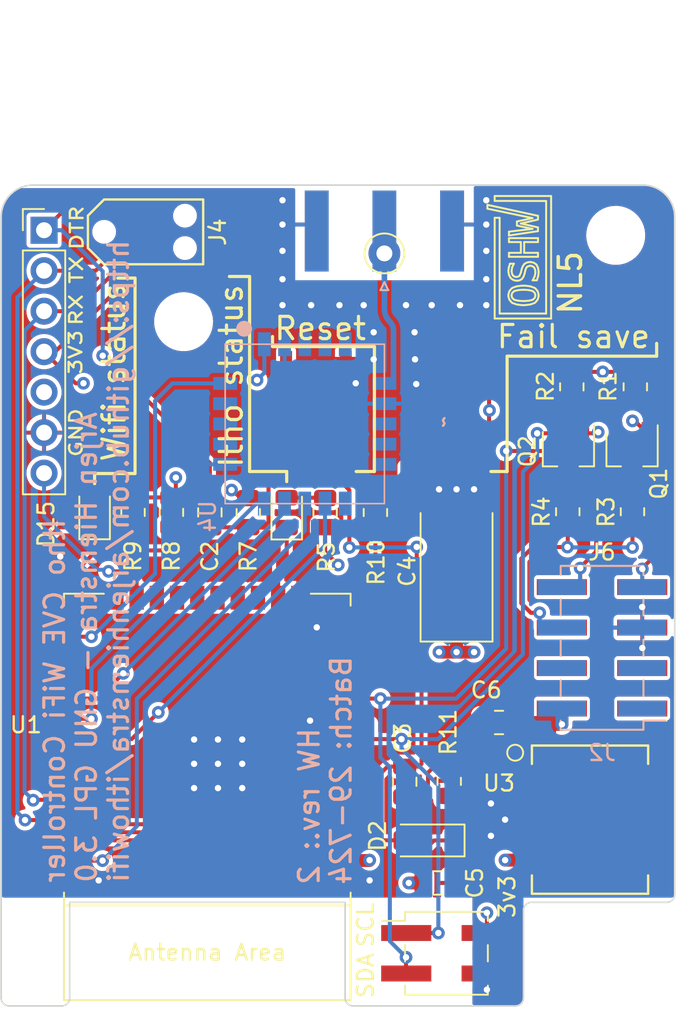
<source format=kicad_pcb>
(kicad_pcb (version 20221018) (generator pcbnew)
  (layers (0 "F.Cu" signal) (1 "In1.Cu" power "3V3") (2 "In2.Cu" power "GND") (31 "B.Cu" signal) (34 "B.Paste" user) (35 "F.Paste" user) (36 "B.SilkS" user "B.Silkscreen") (37 "F.SilkS" user "F.Silkscreen") (38 "B.Mask" user) (39 "F.Mask" user) (44 "Edge.Cuts" user))
  (net 0 "")
  (net 1 "GND")
  (net 2 "+5V")
  (net 3 "+3V3")
  (net 4 "SDA")
  (net 5 "SCL")
  (net 6 "D0")
  (net 7 "D23_MOSI")
  (net 8 "D19_MISO")
  (net 9 "D18_SCK")
  (net 10 "D5_SS")
  (net 11 "D4_IRQ")
  (net 12 "Net-(D2-A)")
  (net 13 "D0{slash}RX0")
  (net 14 "D1{slash}TX0")
  (net 15 "Net-(J3-In)")
  (net 19 "SDA_L")
  (net 20 "SCL_L")
  (net 22 "+15V")
  (net 24 "Net-(C3-Pad1)")
  (net 25 "Net-(LED1-A)")
  (net 26 "D15")
  (net 27 "D13")
  (net 28 "D17")
  (net 29 "Net-(LED2-A)")
  (net 30 "Net-(U1-IO14)")
  (footprint "Package_TO_SOT_SMD:SOT-23W" (layer "F.Cu") (at 118.6586 121.539 -90)
    (fp_text reference "Q2")
    (fp_text value "BSS138")
  )
  (footprint "Resistor_SMD:R_0805_2012Metric" (layer "F.Cu") (at 118.872 117.6244 -90)
    (fp_text reference "R2")
    (fp_text value "R10K" hide)
  )
  (footprint "Connector_PinHeader_2.54mm:PinHeader_1x07_P2.54mm_Vertical" (layer "F.Cu") (at 85.725 107.7976)
    (fp_text reference "J1" hide)
    (fp_text value "CONN_01X07" hide)
  )
  (footprint "nrg_watch:ESP32-WROOM-32E" (layer "F.Cu") (at 95.9776 141.6036 180)
    (fp_text reference "U1")
    (fp_text value "ESP32-WROOM")
  )
  (footprint "Resistor_SMD:R_0805_2012Metric" (layer "F.Cu") (at 91.313 125.5014 -90)
    (fp_text reference "R9")
    (fp_text value "R100" hide)
  )
  (footprint "Resistor_SMD:R_0805_2012Metric" (layer "F.Cu") (at 106.536 125.51 -90)
    (fp_text reference "R10")
    (fp_text value "R10K" hide)
  )
  (footprint "Resistor_SMD:R_0805_2012Metric" (layer "F.Cu") (at 118.618 125.461 -90)
    (fp_text reference "R4")
    (fp_text value "R10K" hide)
  )
  (footprint "MountingHole:MountingHole_2.5mm" (layer "F.Cu") (at 94.488 113.538)
    (fp_text reference "H2" hide)
    (fp_text value "MountingHole" hide)
  )
  (footprint "LED_SMD:LED_0805_2012Metric" (layer "F.Cu") (at 88.9 125.5014 90)
    (fp_text reference "LED1" hide)
    (fp_text value "WIFI status" hide)
  )
  (footprint "Connector_PinHeader_2.54mm:PinHeader_2x02_P2.54mm_Vertical_SMD" (layer "F.Cu") (at 110.998 153.162)
    (fp_text reference "Je" hide)
    (fp_text value "Conn_02x02_Odd_Even")
  )
  (footprint "nrg_watch:TC2020-MCP-NL" (layer "F.Cu") (at 92.036 107.9014 90)
    (fp_text reference "J4")
    (fp_text value "TC2030-MCP-NL" hide)
  )
  (footprint "nrg_watch:TS-1187" (layer "F.Cu") (at 111.8 118.872 -90)
    (fp_text reference "SW1" hide)
    (fp_text value "Fail safe" hide)
  )
  (footprint "Capacitor_SMD:C_0805_2012Metric" (layer "F.Cu") (at 114.3 138.684 180)
    (fp_text reference "C6")
    (fp_text value "10uF" hide)
  )
  (footprint "Package_TO_SOT_SMD:SOT-23W" (layer "F.Cu") (at 122.6566 121.539 -90)
    (fp_text reference "Q1")
    (fp_text value "BSS138")
  )
  (footprint "Resistor_SMD:R_0805_2012Metric" (layer "F.Cu") (at 122.8598 117.6244 90)
    (fp_text reference "R1")
    (fp_text value "R10K" hide)
  )
  (footprint "Resistor_SMD:R_0805_2012Metric" (layer "F.Cu") (at 122.682 125.461 -90)
    (fp_text reference "R3")
    (fp_text value "R10K" hide)
  )
  (footprint "Capacitor_SMD:C_0805_2012Metric" (layer "F.Cu") (at 96.139 125.5014 90)
    (fp_text reference "C2")
    (fp_text value "1uF" hide)
  )
  (footprint "Resistor_SMD:R_0805_2012Metric" (layer "F.Cu") (at 98.552 125.5155 90)
    (fp_text reference "R7")
    (fp_text value "R10K" hide)
  )
  (footprint "Capacitor_Tantalum_SMD:CP_EIA-7343-31_Kemet-D" (layer "F.Cu") (at 111.632 129.1961 90)
    (fp_text reference "C4")
    (fp_text value "470uF")
  )
  (footprint "Capacitor_SMD:C_0805_2012Metric" (layer "F.Cu") (at 110.4369 148.751)
    (fp_text reference "C5")
    (fp_text value "0.1uF" hide)
  )
  (footprint "Capacitor_SMD:C_0805_2012Metric" (layer "F.Cu") (at 108.3775 142.401 90)
    (fp_text reference "C3")
    (fp_text value "10uF" hide)
  )
  (footprint "Diode_SMD:D_SOD-123" (layer "F.Cu") (at 109.7755 146.084 180)
    (fp_text reference "D2")
    (fp_text value "D_Schottky" hide)
  )
  (footprint "Resistor_SMD:R_0805_2012Metric" (layer "F.Cu") (at 111.1715 142.3775 90)
    (fp_text reference "R11")
    (fp_text value "R1K" hide)
  )
  (footprint "Connector_Pin:Pin_D1.0mm_L10.0mm" (layer "F.Cu") (at 107.10078 109.25146)
    (fp_text reference "H1" hide)
    (fp_text value "MountingHole_Pad" hide)
  )
  (footprint "Resistor_SMD:R_0805_2012Metric" (layer "F.Cu") (at 93.726 125.5014 90)
    (fp_text reference "R8")
    (fp_text value "R10K" hide)
  )
  (footprint "Resistor_SMD:R_0805_2012Metric" (layer "F.Cu") (at 103.378 125.5155 90)
    (fp_text reference "R5")
    (fp_text value "R100")
  )
  (footprint "LED_SMD:LED_0805_2012Metric" (layer "F.Cu") (at 100.965 125.5155 90)
    (fp_text reference "LED2" hide)
    (fp_text value "itho status" hide)
  )
  (footprint "nrg_watch:TS-1187" (layer "F.Cu") (at 102.8 118.872 90)
    (fp_text reference "SW2" hide)
    (fp_text value "Reset" hide)
  )
  (footprint "MountingHole:MountingHole_2.5mm" (layer "F.Cu") (at 121.63 108.12)
    (fp_text reference "H3" hide)
    (fp_text value "MountingHole" hide)
  )
  (footprint "nrg_watch:Mornsun 780xMT" (layer "F.Cu") (at 120.015 144.78 -90)
    (fp_text reference "U3")
    (fp_text value "780xMT")
  )
  (footprint "Connector_PinHeader_2.54mm:PinHeader_2x04_P2.54mm_Vertical_SMD" (layer "F.Cu") (at 120.77 134 180)
    (fp_text reference "J6")
    (fp_text value "conn")
  )
  (footprint "nrg_watch:PM254-2-04-S-8.5" (layer "B.Cu") (at 120.7735 133.9975)
    (fp_text reference "J2")
    (fp_text value "conn")
  )
  (footprint "Connector_Coaxial:SMA_Amphenol_132289_EdgeMount" (layer "B.Cu") (at 107.1 107.8484 90)
    (fp_text reference "J3" hide)
    (fp_text value "Conn_Coaxial")
  )
  (footprint "nrg_watch:E70-433MT14S" (layer "B.Cu") (at 102.1 119.95 -90)
    (fp_text reference "U4")
    (fp_text value "~")
  )
  (gr_line (start 98.635 110.7) (end 98.635 122.936) (stroke (width 0.2)) (layer "F.SilkS"))
  (gr_line (start 98.635 110.7) (end 97.365 110.7) (stroke (width 0.2)) (layer "F.SilkS"))
  (gr_line (start 98.635 122.936) (end 100.965 122.936) (stroke (width 0.2)) (layer "F.SilkS"))
  (gr_line (start 100.965 123.571) (end 100.965 122.936) (stroke (width 0.2)) (layer "F.SilkS"))
  (gr_line (start 114.808 122.936) (end 113.792 122.936) (stroke (width 0.2)) (layer "F.SilkS"))
  (gr_line (start 114.808 122.936) (end 114.808 115.7) (stroke (width 0.2)) (layer "F.SilkS"))
  (gr_line (start 124.2 115.7) (end 124.2 114.9) (stroke (width 0.2)) (layer "F.SilkS"))
  (gr_line (start 114.808 115.7) (end 124.2 115.7) (stroke (width 0.2)) (layer "F.SilkS"))
  (gr_line (start 105.3285 122.936) (end 106.4715 122.936) (stroke (width 0.2)) (layer "F.SilkS"))
  (gr_line (start 100.075 115.1) (end 100.075 114.465) (stroke (width 0.2)) (layer "F.SilkS"))
  (gr_line (start 100.075 115.1) (end 106.475 115.1) (stroke (width 0.2)) (layer "F.SilkS"))
  (gr_line (start 106.4715 122.936) (end 106.475 115.1) (stroke (width 0.2)) (layer "F.SilkS"))
  (gr_line (start 88.9 123.063) (end 91.44 123.063) (stroke (width 0.2)) (layer "F.SilkS"))
  (gr_line (start 114.924121 108.127604) (end 114.924121 108.127604) (stroke (width 0.125)) (layer "F.SilkS"))
  (gr_line (start 116.74677 107.855554) (end 114.924121 108.127604) (stroke (width 0.125)) (layer "F.SilkS"))
  (gr_line (start 116.74677 107.622204) (end 116.74677 107.855554) (stroke (width 0.125)) (layer "F.SilkS"))
  (gr_line (start 115.66387 107.375604) (end 116.74677 107.622204) (stroke (width 0.125)) (layer "F.SilkS"))
  (gr_line (start 116.74677 107.128004) (end 115.66387 107.375604) (stroke (width 0.125)) (layer "F.SilkS"))
  (gr_line (start 116.74677 106.894705) (end 116.74677 107.128004) (stroke (width 0.125)) (layer "F.SilkS"))
  (gr_line (start 113.56997 106.205954) (end 116.74677 106.894705) (stroke (width 0.125)) (layer "F.SilkS"))
  (gr_line (start 113.56997 106.446304) (end 113.56997 106.205954) (stroke (width 0.125)) (layer "F.SilkS"))
  (gr_line (start 116.40607 107.037654) (end 113.56997 106.446304) (stroke (width 0.125)) (layer "F.SilkS"))
  (gr_line (start 115.42462 107.247654) (end 116.40607 107.037654) (stroke (width 0.125)) (layer "F.SilkS"))
  (gr_line (start 115.42462 107.505054) (end 115.42462 107.247654) (stroke (width 0.125)) (layer "F.SilkS"))
  (gr_line (start 116.40362 107.712554) (end 115.42462 107.505054) (stroke (width 0.125)) (layer "F.SilkS"))
  (gr_line (start 114.924121 107.887254) (end 116.40362 107.712554) (stroke (width 0.125)) (layer "F.SilkS"))
  (gr_line (start 114.924121 108.127604) (end 114.924121 107.887254) (stroke (width 0.125)) (layer "F.SilkS"))
  (gr_line (start 114.924121 109.464705) (end 114.924121 109.464705) (stroke (width 0.125)) (layer "F.SilkS"))
  (gr_line (start 116.74677 109.464705) (end 114.924121 109.464705) (stroke (width 0.125)) (layer "F.SilkS"))
  (gr_line (start 116.74677 109.216754) (end 116.74677 109.464705) (stroke (width 0.125)) (layer "F.SilkS"))
  (gr_line (start 115.87872 109.216754) (end 116.74677 109.216754) (stroke (width 0.125)) (layer "F.SilkS"))
  (gr_line (start 115.87872 108.541854) (end 115.87872 109.216754) (stroke (width 0.125)) (layer "F.SilkS"))
  (gr_line (start 116.74677 108.541854) (end 115.87872 108.541854) (stroke (width 0.125)) (layer "F.SilkS"))
  (gr_line (start 116.74677 108.293904) (end 116.74677 108.541854) (stroke (width 0.125)) (layer "F.SilkS"))
  (gr_line (start 114.924121 108.293904) (end 116.74677 108.293904) (stroke (width 0.125)) (layer "F.SilkS"))
  (gr_line (start 114.924121 108.541854) (end 114.924121 108.293904) (stroke (width 0.125)) (layer "F.SilkS"))
  (gr_line (start 115.67122 108.541854) (end 114.924121 108.541854) (stroke (width 0.125)) (layer "F.SilkS"))
  (gr_line (start 115.67122 109.216754) (end 115.67122 108.541854) (stroke (width 0.125)) (layer "F.SilkS"))
  (gr_line (start 114.924121 109.216754) (end 115.67122 109.216754) (stroke (width 0.125)) (layer "F.SilkS"))
  (gr_line (start 114.924121 109.464705) (end 114.924121 109.216754) (stroke (width 0.125)) (layer "F.SilkS"))
  (gr_line (start 114.98682 109.900069) (end 114.98652 109.900069) (stroke (width 0.125)) (layer "F.SilkS"))
  (gr_line (start 114.97867 109.921499) (end 114.98682 109.900069) (stroke (width 0.125)) (layer "F.SilkS"))
  (gr_line (start 114.91982 110.124954) (end 114.97867 109.921499) (stroke (width 0.125)) (layer "F.SilkS"))
  (gr_line (start 114.91602 110.144219) (end 114.91982 110.124954) (stroke (width 0.125)) (layer "F.SilkS"))
  (gr_line (start 114.911921 110.163744) (end 114.91602 110.144219) (stroke (width 0.125)) (layer "F.SilkS"))
  (gr_line (start 114.89157 110.309959) (end 114.911921 110.163744) (stroke (width 0.125)) (layer "F.SilkS"))
  (gr_line (start 114.89157 110.365024) (end 114.89157 110.309959) (stroke (width 0.125)) (layer "F.SilkS"))
  (gr_line (start 114.89157 110.426604) (end 114.89157 110.365024) (stroke (width 0.125)) (layer "F.SilkS"))
  (gr_line (start 114.92822 110.610524) (end 114.89157 110.426604) (stroke (width 0.125)) (layer "F.SilkS"))
  (gr_line (start 115.01447 110.774639) (end 114.92822 110.610524) (stroke (width 0.125)) (layer "F.SilkS"))
  (gr_line (start 115.03917 110.802034) (end 115.01447 110.774639) (stroke (width 0.125)) (layer "F.SilkS"))
  (gr_line (start 115.06357 110.829434) (end 115.03917 110.802034) (stroke (width 0.125)) (layer "F.SilkS"))
  (gr_line (start 115.21007 110.92492) (end 115.06357 110.829434) (stroke (width 0.125)) (layer "F.SilkS"))
  (gr_line (start 115.37472 110.965615) (end 115.21007 110.92492) (stroke (width 0.125)) (layer "F.SilkS"))
  (gr_line (start 115.42977 110.965615) (end 115.37472 110.965615) (stroke (width 0.125)) (layer "F.SilkS"))
  (gr_line (start 115.47347 110.965615) (end 115.42977 110.965615) (stroke (width 0.125)) (layer "F.SilkS"))
  (gr_line (start 115.60502 110.937124) (end 115.47347 110.965615) (stroke (width 0.125)) (layer "F.SilkS"))
  (gr_line (start 115.72167 110.870124) (end 115.60502 110.937124) (stroke (width 0.125)) (layer "F.SilkS"))
  (gr_line (start 115.74122 110.850864) (end 115.72167 110.870124) (stroke (width 0.125)) (layer "F.SilkS"))
  (gr_line (start 115.76047 110.831874) (end 115.74122 110.850864) (stroke (width 0.125)) (layer "F.SilkS"))
  (gr_line (start 115.84237 110.701399) (end 115.76047 110.831874) (stroke (width 0.125)) (layer "F.SilkS"))
  (gr_line (start 115.90477 110.524529) (end 115.84237 110.701399) (stroke (width 0.125)) (layer "F.SilkS"))
  (gr_line (start 115.91427 110.482209) (end 115.90477 110.524529) (stroke (width 0.125)) (layer "F.SilkS"))
  (gr_line (start 115.94492 110.350649) (end 115.91427 110.482209) (stroke (width 0.125)) (layer "F.SilkS"))
  (gr_line (start 115.95142 110.321349) (end 115.94492 110.350649) (stroke (width 0.125)) (layer "F.SilkS"))
  (gr_line (start 115.992121 110.200364) (end 115.95142 110.321349) (stroke (width 0.125)) (layer "F.SilkS"))
  (gr_line (start 116.04367 110.114649) (end 115.992121 110.200364) (stroke (width 0.125)) (layer "F.SilkS"))
  (gr_line (start 116.05587 110.102709) (end 116.04367 110.114649) (stroke (width 0.125)) (layer "F.SilkS"))
  (gr_line (start 116.06782 110.090774) (end 116.05587 110.102709) (stroke (width 0.125)) (layer "F.SilkS"))
  (gr_line (start 116.21237 110.030819) (end 116.06782 110.090774) (stroke (width 0.125)) (layer "F.SilkS"))
  (gr_line (start 116.26472 110.030819) (end 116.21237 110.030819) (stroke (width 0.125)) (layer "F.SilkS"))
  (gr_line (start 116.29812 110.030819) (end 116.26472 110.030819) (stroke (width 0.125)) (layer "F.SilkS"))
  (gr_line (start 116.39822 110.056864) (end 116.29812 110.030819) (stroke (width 0.125)) (layer "F.SilkS"))
  (gr_line (start 116.48502 110.117354) (end 116.39822 110.056864) (stroke (width 0.125)) (layer "F.SilkS"))
  (gr_line (start 116.49912 110.134444) (end 116.48502 110.117354) (stroke (width 0.125)) (layer "F.SilkS"))
  (gr_line (start 116.51297 110.151809) (end 116.49912 110.134444) (stroke (width 0.125)) (layer "F.SilkS"))
  (gr_line (start 116.56122 110.258959) (end 116.51297 110.151809) (stroke (width 0.125)) (layer "F.SilkS"))
  (gr_line (start 116.58212 110.383474) (end 116.56122 110.258959) (stroke (width 0.125)) (layer "F.SilkS"))
  (gr_line (start 116.58212 110.424974) (end 116.58212 110.383474) (stroke (width 0.125)) (layer "F.SilkS"))
  (gr_line (start 116.58212 110.483029) (end 116.58212 110.424974) (stroke (width 0.125)) (layer "F.SilkS"))
  (gr_line (start 116.54742 110.656909) (end 116.58212 110.483029) (stroke (width 0.125)) (layer "F.SilkS"))
  (gr_line (start 116.54062 110.677794) (end 116.54742 110.656909) (stroke (width 0.125)) (layer "F.SilkS"))
  (gr_line (start 116.533571 110.698684) (end 116.54062 110.677794) (stroke (width 0.125)) (layer "F.SilkS"))
  (gr_line (start 116.424771 110.919225) (end 116.533571 110.698684) (stroke (width 0.125)) (layer "F.SilkS"))
  (gr_line (start 116.41012 110.942549) (end 116.424771 110.919225) (stroke (width 0.125)) (layer "F.SilkS"))
  (gr_line (start 116.67247 110.942549) (end 116.41012 110.942549) (stroke (width 0.125)) (layer "F.SilkS"))
  (gr_line (start 116.68142 110.920849) (end 116.67247 110.942549) (stroke (width 0.125)) (layer "F.SilkS"))
  (gr_line (start 116.74977 110.704384) (end 116.68142 110.920849) (stroke (width 0.125)) (layer "F.SilkS"))
  (gr_line (start 116.75437 110.682684) (end 116.74977 110.704384) (stroke (width 0.125)) (layer "F.SilkS"))
  (gr_line (start 116.75897 110.661249) (end 116.75437 110.682684) (stroke (width 0.125)) (layer "F.SilkS"))
  (gr_line (start 116.78232 110.489534) (end 116.75897 110.661249) (stroke (width 0.125)) (layer "F.SilkS"))
  (gr_line (start 116.78232 110.424974) (end 116.78232 110.489534) (stroke (width 0.125)) (layer "F.SilkS"))
  (gr_line (start 116.78232 110.357434) (end 116.78232 110.424974) (stroke (width 0.125)) (layer "F.SilkS"))
  (gr_line (start 116.748121 110.153979) (end 116.78232 110.357434) (stroke (width 0.125)) (layer "F.SilkS"))
  (gr_line (start 116.66837 109.983079) (end 116.748121 110.153979) (stroke (width 0.125)) (layer "F.SilkS"))
  (gr_line (start 116.64562 109.956224) (end 116.66837 109.983079) (stroke (width 0.125)) (layer "F.SilkS"))
  (gr_line (start 116.62282 109.929369) (end 116.64562 109.956224) (stroke (width 0.125)) (layer "F.SilkS"))
  (gr_line (start 116.47797 109.835509) (end 116.62282 109.929369) (stroke (width 0.125)) (layer "F.SilkS"))
  (gr_line (start 116.30622 109.795089) (end 116.47797 109.835509) (stroke (width 0.125)) (layer "F.SilkS"))
  (gr_line (start 116.24902 109.795089) (end 116.30622 109.795089) (stroke (width 0.125)) (layer "F.SilkS"))
  (gr_line (start 116.199371 109.795089) (end 116.24902 109.795089) (stroke (width 0.125)) (layer "F.SilkS"))
  (gr_line (start 116.05127 109.824389) (end 116.199371 109.795089) (stroke (width 0.125)) (layer "F.SilkS"))
  (gr_line (start 115.92107 109.892749) (end 116.05127 109.824389) (stroke (width 0.125)) (layer "F.SilkS"))
  (gr_line (start 115.89987 109.912279) (end 115.92107 109.892749) (stroke (width 0.125)) (layer "F.SilkS"))
  (gr_line (start 115.87847 109.931814) (end 115.89987 109.912279) (stroke (width 0.125)) (layer "F.SilkS"))
  (gr_line (start 115.78867 110.064459) (end 115.87847 109.931814) (stroke (width 0.125)) (layer "F.SilkS"))
  (gr_line (start 115.72167 110.243224) (end 115.78867 110.064459) (stroke (width 0.125)) (layer "F.SilkS"))
  (gr_line (start 115.71192 110.285814) (end 115.72167 110.243224) (stroke (width 0.125)) (layer "F.SilkS"))
  (gr_line (start 115.68262 110.415209) (end 115.71192 110.285814) (stroke (width 0.125)) (layer "F.SilkS"))
  (gr_line (start 115.67527 110.445589) (end 115.68262 110.415209) (stroke (width 0.125)) (layer "F.SilkS"))
  (gr_line (start 115.58687 110.653115) (end 115.67527 110.445589) (stroke (width 0.125)) (layer "F.SilkS"))
  (gr_line (start 115.57627 110.664229) (end 115.58687 110.653115) (stroke (width 0.125)) (layer "F.SilkS"))
  (gr_line (start 115.56567 110.675354) (end 115.57627 110.664229) (stroke (width 0.125)) (layer "F.SilkS"))
  (gr_line (start 115.43792 110.730154) (end 115.56567 110.675354) (stroke (width 0.125)) (layer "F.SilkS"))
  (gr_line (start 115.39182 110.730154) (end 115.43792 110.730154) (stroke (width 0.125)) (layer "F.SilkS"))
  (gr_line (start 115.36087 110.730154) (end 115.39182 110.730154) (stroke (width 0.125)) (layer "F.SilkS"))
  (gr_line (start 115.26812 110.704924) (end 115.36087 110.730154) (stroke (width 0.125)) (layer "F.SilkS"))
  (gr_line (start 115.18672 110.645784) (end 115.26812 110.704924) (stroke (width 0.125)) (layer "F.SilkS"))
  (gr_line (start 115.173421 110.628694) (end 115.18672 110.645784) (stroke (width 0.125)) (layer "F.SilkS"))
  (gr_line (start 115.15962 110.611874) (end 115.173421 110.628694) (stroke (width 0.125)) (layer "F.SilkS"))
  (gr_line (start 115.11212 110.509069) (end 115.15962 110.611874) (stroke (width 0.125)) (layer "F.SilkS"))
  (gr_line (start 115.09152 110.382114) (end 115.11212 110.509069) (stroke (width 0.125)) (layer "F.SilkS"))
  (gr_line (start 115.09152 110.352819) (end 115.09152 110.382114) (stroke (width 0.125)) (layer "F.SilkS"))
  (gr_line (start 115.09152 110.333829) (end 115.09152 110.352819) (stroke (width 0.125)) (layer "F.SilkS"))
  (gr_line (start 115.12192 110.144489) (end 115.09152 110.333829) (stroke (width 0.125)) (layer "F.SilkS"))
  (gr_line (start 115.12812 110.125764) (end 115.12192 110.144489) (stroke (width 0.125)) (layer "F.SilkS"))
  (gr_line (start 115.13412 110.107049) (end 115.12812 110.125764) (stroke (width 0.125)) (layer "F.SilkS"))
  (gr_line (start 115.22472 109.918794) (end 115.13412 110.107049) (stroke (width 0.125)) (layer "F.SilkS"))
  (gr_line (start 115.23692 109.900069) (end 115.22472 109.918794) (stroke (width 0.125)) (layer "F.SilkS"))
  (gr_line (start 114.98652 109.900069) (end 115.23692 109.900069) (stroke (width 0.125)) (layer "F.SilkS"))
  (gr_line (start 115.837221 111.277299) (end 115.837221 111.277299) (stroke (width 0.125)) (layer "F.SilkS"))
  (gr_line (start 115.73307 111.277299) (end 115.837221 111.277299) (stroke (width 0.125)) (layer "F.SilkS"))
  (gr_line (start 115.42057 111.315275) (end 115.73307 111.277299) (stroke (width 0.125)) (layer "F.SilkS"))
  (gr_line (start 115.16447 111.403439) (end 115.42057 111.315275) (stroke (width 0.125)) (layer "F.SilkS"))
  (gr_line (start 115.12542 111.428659) (end 115.16447 111.403439) (stroke (width 0.125)) (layer "F.SilkS"))
  (gr_line (start 115.08637 111.453889) (end 115.12542 111.428659) (stroke (width 0.125)) (layer "F.SilkS"))
  (gr_line (start 114.94962 111.618549) (end 115.08637 111.453889) (stroke (width 0.125)) (layer "F.SilkS"))
  (gr_line (start 114.89102 111.820375) (end 114.94962 111.618549) (stroke (width 0.125)) (layer "F.SilkS"))
  (gr_line (start 114.89102 111.887649) (end 114.89102 111.820375) (stroke (width 0.125)) (layer "F.SilkS"))
  (gr_line (start 114.89102 111.954924) (end 114.89102 111.887649) (stroke (width 0.125)) (layer "F.SilkS"))
  (gr_line (start 114.94962 112.156204) (end 114.89102 111.954924) (stroke (width 0.125)) (layer "F.SilkS"))
  (gr_line (start 115.08637 112.321404) (end 114.94962 112.156204) (stroke (width 0.125)) (layer "F.SilkS"))
  (gr_line (start 115.12542 112.346634) (end 115.08637 112.321404) (stroke (width 0.125)) (layer "F.SilkS"))
  (gr_line (start 115.16447 112.371864) (end 115.12542 112.346634) (stroke (width 0.125)) (layer "F.SilkS"))
  (gr_line (start 115.42057 112.459479) (end 115.16447 112.371864) (stroke (width 0.125)) (layer "F.SilkS"))
  (gr_line (start 115.73307 112.496919) (end 115.42057 112.459479) (stroke (width 0.125)) (layer "F.SilkS"))
  (gr_line (start 115.837221 112.496919) (end 115.73307 112.496919) (stroke (width 0.125)) (layer "F.SilkS"))
  (gr_line (start 115.94137 112.496919) (end 115.837221 112.496919) (stroke (width 0.125)) (layer "F.SilkS"))
  (gr_line (start 116.25417 112.459479) (end 115.94137 112.496919) (stroke (width 0.125)) (layer "F.SilkS"))
  (gr_line (start 116.509671 112.371864) (end 116.25417 112.459479) (stroke (width 0.125)) (layer "F.SilkS"))
  (gr_line (start 116.54877 112.346634) (end 116.509671 112.371864) (stroke (width 0.125)) (layer "F.SilkS"))
  (gr_line (start 116.58757 112.321674) (end 116.54877 112.346634) (stroke (width 0.125)) (layer "F.SilkS"))
  (gr_line (start 116.72347 112.157014) (end 116.58757 112.321674) (stroke (width 0.125)) (layer "F.SilkS"))
  (gr_line (start 116.78207 111.955194) (end 116.72347 112.157014) (stroke (width 0.125)) (layer "F.SilkS"))
  (gr_line (start 116.78207 111.887649) (end 116.78207 111.955194) (stroke (width 0.125)) (layer "F.SilkS"))
  (gr_line (start 116.78207 111.820375) (end 116.78207 111.887649) (stroke (width 0.125)) (layer "F.SilkS"))
  (gr_line (start 116.72347 111.618549) (end 116.78207 111.820375) (stroke (width 0.125)) (layer "F.SilkS"))
  (gr_line (start 116.58672 111.453889) (end 116.72347 111.618549) (stroke (width 0.125)) (layer "F.SilkS"))
  (gr_line (start 116.54767 111.428659) (end 116.58672 111.453889) (stroke (width 0.125)) (layer "F.SilkS"))
  (gr_line (start 116.50862 111.403439) (end 116.54767 111.428659) (stroke (width 0.125)) (layer "F.SilkS"))
  (gr_line (start 116.25282 111.315275) (end 116.50862 111.403439) (stroke (width 0.125)) (layer "F.SilkS"))
  (gr_line (start 115.94112 111.277299) (end 116.25282 111.315275) (stroke (width 0.125)) (layer "F.SilkS"))
  (gr_line (start 115.837221 111.277299) (end 115.94112 111.277299) (stroke (width 0.125)) (layer "F.SilkS"))
  (gr_line (start 115.837221 111.534999) (end 115.837221 111.534999) (stroke (width 0.125)) (layer "F.SilkS"))
  (gr_line (start 115.92322 111.534999) (end 115.837221 111.534999) (stroke (width 0.125)) (layer "F.SilkS"))
  (gr_line (start 116.18147 111.555889) (end 115.92322 111.534999) (stroke (width 0.125)) (layer "F.SilkS"))
  (gr_line (start 116.38222 111.604174) (end 116.18147 111.555889) (stroke (width 0.125)) (layer "F.SilkS"))
  (gr_line (start 116.41097 111.618009) (end 116.38222 111.604174) (stroke (width 0.125)) (layer "F.SilkS"))
  (gr_line (start 116.43942 111.631844) (end 116.41097 111.618009) (stroke (width 0.125)) (layer "F.SilkS"))
  (gr_line (start 116.53897 111.726514) (end 116.43942 111.631844) (stroke (width 0.125)) (layer "F.SilkS"))
  (gr_line (start 116.581871 111.847499) (end 116.53897 111.726514) (stroke (width 0.125)) (layer "F.SilkS"))
  (gr_line (start 116.581871 111.887649) (end 116.581871 111.847499) (stroke (width 0.125)) (layer "F.SilkS"))
  (gr_line (start 116.581871 111.928069) (end 116.581871 111.887649) (stroke (width 0.125)) (layer "F.SilkS"))
  (gr_line (start 116.53872 112.048779) (end 116.581871 111.928069) (stroke (width 0.125)) (layer "F.SilkS"))
  (gr_line (start 116.43807 112.143725) (end 116.53872 112.048779) (stroke (width 0.125)) (layer "F.SilkS"))
  (gr_line (start 116.40962 112.157559) (end 116.43807 112.143725) (stroke (width 0.125)) (layer "F.SilkS"))
  (gr_line (start 116.38087 112.171399) (end 116.40962 112.157559) (stroke (width 0.125)) (layer "F.SilkS"))
  (gr_line (start 116.18037 112.218869) (end 116.38087 112.171399) (stroke (width 0.125)) (layer "F.SilkS"))
  (gr_line (start 115.922971 112.239209) (end 116.18037 112.218869) (stroke (width 0.125)) (layer "F.SilkS"))
  (gr_line (start 115.837221 112.239209) (end 115.922971 112.239209) (stroke (width 0.125)) (layer "F.SilkS"))
  (gr_line (start 115.75097 112.239209) (end 115.837221 112.239209) (stroke (width 0.125)) (layer "F.SilkS"))
  (gr_line (start 115.49297 112.218869) (end 115.75097 112.239209) (stroke (width 0.125)) (layer "F.SilkS"))
  (gr_line (start 115.29197 112.171399) (end 115.49297 112.218869) (stroke (width 0.125)) (layer "F.SilkS"))
  (gr_line (start 115.26347 112.157559) (end 115.29197 112.171399) (stroke (width 0.125)) (layer "F.SilkS"))
  (gr_line (start 115.23472 112.143725) (end 115.26347 112.157559) (stroke (width 0.125)) (layer "F.SilkS"))
  (gr_line (start 115.13412 112.048779) (end 115.23472 112.143725) (stroke (width 0.125)) (layer "F.SilkS"))
  (gr_line (start 114.02682 113.338114) (end 117.57171 113.338114) (stroke (width 0.125)) (layer "F.SilkS"))
  (gr_line (start 114.02682 105.652554) (end 114.02682 105.958554) (stroke (width 0.125)) (layer "F.SilkS"))
  (gr_line (start 117.57171 105.652554) (end 114.02682 105.652554) (stroke (width 0.125)) (layer "F.SilkS"))
  (gr_line (start 115.091221 111.928069) (end 115.13412 112.048779) (stroke (width 0.125)) (layer "F.SilkS"))
  (gr_line (start 115.091221 111.887649) (end 115.091221 111.928069) (stroke (width 0.125)) (layer "F.SilkS"))
  (gr_line (start 115.091221 111.847499) (end 115.091221 111.887649) (stroke (width 0.125)) (layer "F.SilkS"))
  (gr_line (start 115.13412 111.726514) (end 115.091221 111.847499) (stroke (width 0.125)) (layer "F.SilkS"))
  (gr_line (start 115.23472 111.631844) (end 115.13412 111.726514) (stroke (width 0.125)) (layer "F.SilkS"))
  (gr_line (start 115.26347 111.618009) (end 115.23472 111.631844) (stroke (width 0.125)) (layer "F.SilkS"))
  (gr_line (start 114.33932 113.025614) (end 114.33932 107.018404) (stroke (width 0.125)) (layer "F.SilkS"))
  (gr_line (start 117.25921 113.025614) (end 114.33932 113.025614) (stroke (width 0.125)) (layer "F.SilkS"))
  (gr_line (start 117.57171 113.338114) (end 117.57171 105.652554) (stroke (width 0.125)) (layer "F.SilkS"))
  (gr_line (start 117.25921 105.965054) (end 117.25921 113.025614) (stroke (width 0.125)) (layer "F.SilkS"))
  (gr_line (start 114.02682 105.958554) (end 117.25921 105.965054) (stroke (width 0.125)) (layer "F.SilkS"))
  (gr_line (start 114.02682 107.018404) (end 114.02682 113.338114) (stroke (width 0.125)) (layer "F.SilkS"))
  (gr_line (start 114.33932 107.018404) (end 114.02682 107.018404) (stroke (width 0.125)) (layer "F.SilkS"))
  (gr_line (start 115.29197 111.604174) (end 115.26347 111.618009) (stroke (width 0.125)) (layer "F.SilkS"))
  (gr_line (start 115.49297 111.555889) (end 115.29197 111.604174) (stroke (width 0.125)) (layer "F.SilkS"))
  (gr_line (start 115.75097 111.534999) (end 115.49297 111.555889) (stroke (width 0.125)) (layer "F.SilkS"))
  (gr_line (start 115.837221 111.534999) (end 115.75097 111.534999) (stroke (width 0.125)) (layer "F.SilkS"))
  (gr_line (start 114.02682 113.338114) (end 114.02682 113.338114) (stroke (width 0.125)) (layer "F.SilkS"))
  (gr_line (start 90.3605 110.8) (end 91.44 110.8) (stroke (width 0.2)) (layer "F.SilkS"))
  (gr_line (start 88.9 123.698) (end 88.9 123.063) (stroke (width 0.2)) (layer "F.SilkS"))
  (gr_line (start 91.44 110.8) (end 91.44 123.063) (stroke (width 0.2)) (layer "F.SilkS"))
  (gr_arc (start 83.532 156.468) (mid 83.178447 156.321553) (end 83.032 155.968) (stroke (width 0.1)) (layer "Edge.Cuts"))
  (gr_arc (start 123.332 104.968) (mid 124.746214 105.553786) (end 125.332 106.968) (stroke (width 0.1)) (layer "Edge.Cuts"))
  (gr_line (start 123.332 104.968) (end 85.032 104.968) (stroke (width 0.1)) (layer "Edge.Cuts"))
  (gr_arc (start 125.332 149.468) (mid 125.185553 149.821553) (end 124.832 149.968) (stroke (width 0.1)) (layer "Edge.Cuts"))
  (gr_line (start 86.832 156.468) (end 83.532 156.468) (stroke (width 0.1)) (layer "Edge.Cuts"))
  (gr_line (start 115.332 156.468) (end 105.132 156.468) (stroke (width 0.1)) (layer "Edge.Cuts"))
  (gr_arc (start 105.132 156.468) (mid 104.778447 156.321553) (end 104.632 155.968) (stroke (width 0.1)) (layer "Edge.Cuts"))
  (gr_arc (start 115.832 155.968) (mid 115.685553 156.321553) (end 115.332 156.468) (stroke (width 0.1)) (layer "Edge.Cuts"))
  (gr_line (start 115.832 155.968) (end 115.832 150.468) (stroke (width 0.1)) (layer "Edge.Cuts"))
  (gr_line (start 104.632 149.968) (end 87.332 149.968) (stroke (width 0.1)) (layer "Edge.Cuts"))
  (gr_arc (start 115.832 150.468) (mid 115.978447 150.114447) (end 116.332 149.968) (stroke (width 0.1)) (layer "Edge.Cuts"))
  (gr_line (start 87.332 149.968) (end 87.332 155.968) (stroke (width 0.1)) (layer "Edge.Cuts"))
  (gr_line (start 104.632 155.968) (end 104.632 149.968) (stroke (width 0.1)) (layer "Edge.Cuts"))
  (gr_arc (start 87.332 155.968) (mid 87.185553 156.321553) (end 86.832 156.468) (stroke (width 0.1)) (layer "Edge.Cuts"))
  (gr_line (start 83.032 155.968) (end 83.032 106.968) (stroke (width 0.1)) (layer "Edge.Cuts"))
  (gr_arc (start 83.032 106.968) (mid 83.617786 105.553786) (end 85.032 104.968) (stroke (width 0.1)) (layer "Edge.Cuts"))
  (gr_line (start 125.332 106.968) (end 125.332 149.468) (stroke (width 0.1)) (layer "Edge.Cuts"))
  (gr_line (start 124.832 149.968) (end 116.332 149.968) (stroke (width 0.1)) (layer "Edge.Cuts"))
  (gr_text "Itho CVE WiFi Controller\nArjen Hiemstra - GNU GPL 3.0\nhttps://github.com/arjenhiemstra/ithowifi" (at 88.392 148.844 90) (layer "B.SilkS") (effects (font (size 1.246 1.246) (thickness 0.2)) (justify right mirror)))
  (gr_text "HW rev.: 2\nBatch: 29-724" (at 103.378 148.971 90) (layer "B.SilkS") (effects (font (size 1.246 1.246) (thickness 0.2)) (justify right mirror)))
  (gr_text "TX" (at 87.757 110.2868 90) (layer "F.SilkS") (effects (font (size 0.8 1))))
  (gr_text "3V3\n" (at 87.7062 115.443 90) (layer "F.SilkS") (effects (font (size 0.8 1))))
  (gr_text "GND" (at 87.7316 120.4976 90) (layer "F.SilkS") (effects (font (size 0.8 1))))
  (gr_text "RX" (at 87.7316 112.8014 90) (layer "F.SilkS") (effects (font (size 0.8 1))))
  (gr_text "SCL" (at 105.918 151.384 90) (layer "F.SilkS") (effects (font (size 1 1))))
  (gr_text "SDA\n" (at 105.918 154.568 90) (layer "F.SilkS") (effects (font (size 1 1))))
  (gr_text "3v3" (at 114.808 149.606 90) (layer "F.SilkS") (effects (font (size 1 1))))
  (gr_text "D15" (at 85.852 126.238 90) (layer "F.SilkS") (effects (font (size 1 1))))
  (gr_text "NL5" (at 119.6 113.2 90) (layer "F.SilkS") (effects (font (size 1.4 1.4) (thickness 0.219726)) (justify left bottom)))
  (gr_text "Wifi status" (at 90.932 122.428 90) (layer "F.SilkS") (effects (font (size 1.4 1.4) (thickness 0.2)) (justify left bottom)))
  (gr_text "Reset\n" (at 100.075 114.7825) (layer "F.SilkS") (effects (font (size 1.4 1.4) (thickness 0.2)) (justify left bottom)))
  (gr_text "Fail save" (at 114.046 115.2906) (layer "F.SilkS") (effects (font (size 1.4 1.4) (thickness 0.2)) (justify left bottom)))
  (gr_text "DTR" (at 87.7824 107.6452 90) (layer "F.SilkS") (effects (font (size 0.8 1))))
  (gr_text "Itho status\n" (at 98.298 122.809 90) (layer "F.SilkS") (effects (font (size 1.4 1.4) (thickness 0.2)) (justify left bottom)))
  (segment (start 110.532 124.0536) (end 112.732 124.0536) (width 0.8128) (layer "F.Cu") (net 1))
  (segment (start 117.475 144.78) (end 114.681 144.78) (width 0.8128) (layer "F.Cu") (net 1))
  (segment (start 117.475 144.78) (end 122.555 144.78) (width 0.8128) (layer "F.Cu") (net 1))
  (segment (start 100.7 107.442) (end 102.4436 107.442) (width 0.254) (layer "F.Cu") (net 1))
  (segment (start 113.5 107.442) (end 111.7564 107.442) (width 0.254) (layer "F.Cu") (net 1))
  (segment (start 111.632 126.0836) (end 111.632 124.0536) (width 0.8128) (layer "F.Cu") (net 1))
  (segment (start 111.7564 107.442) (end 111.35 107.8484) (width 0.254) (layer "F.Cu") (net 1))
  (segment (start 102.4436 107.442) (end 102.85 107.8484) (width 0.254) (layer "F.Cu") (net 1))
  (segment (start 104.675 115.872) (end 104.675 121.872) (width 0.254) (layer "F.Cu") (net 1))
  (via (at 100.7 107.442) (size 0.8) (drill 0.4) (layers "F.Cu" "B.Cu") (net 1))
  (via (at 100.7 105.918) (size 0.8) (drill 0.4) (layers "F.Cu" "B.Cu") (net 1))
  (via (at 100.7 110.871) (size 0.8) (drill 0.4) (layers "F.Cu" "B.Cu") (net 1))
  (via (at 100.7 112.5) (size 0.8) (drill 0.4) (layers "F.Cu" "B.Cu") (net 1))
  (via (at 100.7 109.093) (size 0.8) (drill 0.4) (layers "F.Cu" "B.Cu") (net 1))
  (via (at 113.5 110.871) (size 0.8) (drill 0.4) (layers "F.Cu" "B.Cu") (net 1))
  (via (at 102.432 138.568) (size 0.8) (drill 0.4) (layers "F.Cu" "B.Cu") (net 1))
  (via (at 111.632 124.0536) (size 0.8) (drill 0.4) (layers "F.Cu" "B.Cu") (net 1))
  (via (at 112.732 124.0536) (size 0.8) (drill 0.4) (layers "F.Cu" "B.Cu") (net 1))
  (via (at 110.532 124.0536) (size 0.8) (drill 0.4) (layers "F.Cu" "B.Cu") (net 1))
  (via (at 86.741 128.27) (size 0.8) (drill 0.4) (layers "F.Cu" "B.Cu") (net 1))
  (via (at 113.5 105.918) (size 0.8) (drill 0.4) (layers "F.Cu" "B.Cu") (net 1))
  (via (at 113.5 107.442) (size 0.8) (drill 0.4) (layers "F.Cu" "B.Cu") (net 1))
  (via (at 113.5 109.093) (size 0.8) (drill 0.4) (layers "F.Cu" "B.Cu") (net 1))
  (via (at 123.3 134.01) (size 0.8) (drill 0.4) (layers "F.Cu" "B.Cu") (net 1))
  (via (at 106.426 114.2) (size 0.8) (drill 0.4) (layers "F.Cu" "B.Cu") (net 1))
  (via (at 109.1 117.45) (size 0.8) (drill 0.4) (layers "F.Cu" "B.Cu") (net 1))
  (via (at 102.852 132.715) (size 0.8) (drill 0.4) (layers "F.Cu" "B.Cu") (net 1))
  (via (at 113.792 143.764) (size 0.8) (drill 0.4) (layers "F.Cu" "B.Cu") (net 1))
  (via (at 113.538 155.448) (size 0.8) (drill 0.4) (layers "F.Cu" "B.Cu") (net 1))
  (via (at 105.3 117.4) (size 0.8) (drill 0.4) (layers "F.Cu" "B.Cu") (net 1))
  (via (at 104.278 112.5) (size 0.8) (drill 0.4) (layers "F.Cu" "B.Cu") (net 1))
  (via (at 113.5 112.5) (size 0.8) (drill 0.4) (layers "F.Cu" "B.Cu") (net 1))
  (via (at 96.647 139.7508) (size 0.8) (drill 0.4) (layers "F.Cu" "B.Cu") (net 1))
  (via (at 108.458 112.5) (size 0.8) (drill 0.4) (layers "F.Cu" "B.Cu") (net 1))
  (via (at 106.172 148.59) (size 0.8) (drill 0.4) (layers "F.Cu" "B.Cu") (net 1))
  (via (at 89.154 148.59) (size 0.8) (drill 0.4) (layers "F.Cu" "B.Cu") (net 1))
  (via (at 96.647 142.7988) (size 0.8) (drill 0.4) (layers "F.Cu" "B.Cu") (net 1))
  (via (at 98.171 142.7988) (size 0.8) (drill 0.4) (layers "F.Cu" "B.Cu") (net 1))
  (via (at 111.849 112.5) (size 0.8) (drill 0.4) (layers "F.Cu" "B.Cu") (net 1))
  (via (at 114.681 144.78) (size 0.8) (drill 0.4) (layers "F.Cu" "B.Cu") (net 1))
  (via (at 123.29 131.44) (size 0.8) (drill 0.4) (layers "F.Cu" "B.Cu") (net 1))
  (via (at 113.792 145.796) (size 0.8) (drill 0.4) (layers "F.Cu" "B.Cu") (net 1))
  (via (at 110.071 112.5) (size 0.8) (drill 0.4) (layers "F.Cu" "B.Cu") (net 1))
  (via (at 102.5 112.5) (size 0.8) (drill 0.4) (layers "F.Cu" "B.Cu") (net 1))
  (via (at 108.995 114.2) (size 0.8) (drill 0.4) (layers "F.Cu" "B.Cu") (net 1))
  (via (at 95.1484 142.7988) (size 0.8) (drill 0.4) (layers "F.Cu" "B.Cu") (net 1))
  (via (at 96.647 141.2748) (size 0.8) (drill 0.4) (layers "F.Cu" "B.Cu") (net 1))
  (via (at 109.024 115.9) (size 0.8) (drill 0.4) (layers "F.Cu" "B.Cu") (net 1))
  (via (at 105.8 112.5) (size 0.8) (drill 0.4) (layers "F.Cu" "B.Cu") (net 1))
  (via (at 106.426 115.9) (size 0.8) (drill 0.4) (layers "F.Cu" "B.Cu") (net 1))
  (via (at 95.1484 141.2748) (size 0.8) (drill 0.4) (layers "F.Cu" "B.Cu") (net 1))
  (via (at 95.1484 139.7508) (size 0.8) (drill 0.4) (layers "F.Cu" "B.Cu") (net 1))
  (via (at 98.171 139.7508) (size 0.8) (drill 0.4) (layers "F.Cu" "B.Cu") (net 1))
  (via (at 98.171 141.2748) (size 0.8) (drill 0.4) (layers "F.Cu" "B.Cu") (net 1))
  (segment (start 107.1 118.67999) (end 108.67999 118.67999) (width 0.254) (layer "B.Cu") (net 1))
  (segment (start 100.82999 114.95) (end 100.82999 113.62999) (width 0.254) (layer "B.Cu") (net 1))
  (segment (start 113.5 107.442) (end 111.7564 107.442) (width 0.254) (layer "B.Cu") (net 1))
  (segment (start 97.1 122.49) (end 97.1 123.3) (width 0.254) (layer "B.Cu") (net 1))
  (segment (start 111.7564 107.442) (end 111.35 107.8484) (width 0.254) (layer "B.Cu") (net 1))
  (segment (start 107.1 118.67999) (end 105.52001 118.67999) (width 0.254) (layer "B.Cu") (net 1))
  (segment (start 100.82999 114.95) (end 100.82999 116.27001) (width 0.254) (layer "B.Cu") (net 1))
  (segment (start 100.7 107.442) (end 102.4436 107.442) (width 0.254) (layer "B.Cu") (net 1))
  (segment (start 102.4436 107.442) (end 102.85 107.8484) (width 0.254) (layer "B.Cu") (net 1))
  (segment (start 100.8 114.92001) (end 100.82999 114.95) (width 0.254) (layer "B.Cu") (net 1))
  (segment (start 98.49 122.49) (end 95.71 122.49) (width 0.254) (layer "B.Cu") (net 1))
  (segment (start 97.1 122.49) (end 98.49 122.49) (width 0.254) (layer "B.Cu") (net 1))
  (segment (start 122.682 126.3985) (end 122.682 127.6985) (width 0.254) (layer "F.Cu") (net 2))
  (segment (start 115.7 131.2) (end 116.3 131.8) (width 0.254) (layer "F.Cu") (net 2))
  (segment (start 116.3 131.8) (end 116.849988 131.8) (width 0.254) (layer "F.Cu") (net 2))
  (segment (start 116.849988 132.73) (end 118.245 132.73) (width 0.254) (layer "F.Cu") (net 2))
  (segment (start 115.7 128.4) (end 115.7 131.2) (width 0.254) (layer "F.Cu") (net 2))
  (segment (start 118.595683 127.676183) (end 116.423817 127.676183) (width 0.254) (layer "F.Cu") (net 2))
  (segment (start 116.423817 127.676183) (end 115.7 128.4) (width 0.254) (layer "F.Cu") (net 2))
  (segment (start 118.618 127.653866) (end 118.595683 127.676183) (width 0.254) (layer "F.Cu") (net 2))
  (segment (start 116.849988 131.8) (end 116.849988 132.73) (width 0.254) (layer "F.Cu") (net 2))
  (segment (start 118.618 126.3985) (end 118.618 127.653866) (width 0.254) (layer "F.Cu") (net 2))
  (via (at 122.682 127.6985) (size 0.8) (drill 0.4) (layers "F.Cu" "B.Cu") (net 2))
  (via (at 116.849988 131.8) (size 0.8) (drill 0.4) (layers "F.Cu" "B.Cu") (net 2))
  (via (at 118.595683 127.676183) (size 0.8) (drill 0.4) (layers "F.Cu" "B.Cu") (net 2))
  (segment (start 118.618 127.6985) (end 122.682 127.6985) (width 0.254) (layer "B.Cu") (net 2))
  (segment (start 116.849988 131.8) (end 116.849988 132.7275) (width 0.254) (layer "B.Cu") (net 2))
  (segment (start 116.849988 132.7275) (end 118.2535 132.7275) (width 0.254) (layer "B.Cu") (net 2))
  (segment (start 118.595683 127.676183) (end 118.618 127.6985) (width 0.254) (layer "B.Cu") (net 2))
  (segment (start 122.682 119.761) (end 122.8286 119.761) (width 0.254) (layer "F.Cu") (net 3))
  (segment (start 109.4994 148.751) (end 108.6348 148.751) (width 0.8128) (layer "F.Cu") (net 3))
  (segment (start 98.103 124.603) (end 98.552 124.603) (width 0.254) (layer "F.Cu") (net 3))
  (segment (start 110.532 134.268) (end 112.732 134.268) (width 0.8128) (layer "F.Cu") (net 3))
  (segment (start 87.7074 117.4) (end 88.2 117.4) (width 0.25) (layer "F.Cu") (net 3))
  (segment (start 111.632 132.3086) (end 111.632 134.268) (width 0.8128) (layer "F.Cu") (net 3))
  (segment (start 97.5 124.1) (end 98.103 124.603) (width 0.254) (layer "F.Cu") (net 3))
  (segment (start 86.4248 115.4176) (end 93.306 108.5364) (width 0.25) (layer "F.Cu") (net 3))
  (segment (start 91.313 124.5639) (end 93.726 124.5639) (width 0.254) (layer "F.Cu") (net 3))
  (segment (start 103.378 126.428) (end 103.378 127.978) (width 0.254) (layer "F.Cu") (net 3))
  (segment (start 106.1484 147.3436) (end 106.172 147.32) (width 0.8128) (layer "F.Cu") (net 3))
  (segment (start 113.675 115.872) (end 113.675 121.872) (width 0.254) (layer "F.Cu") (net 3))
  (segment (start 113.538 150.622) (end 113.538 151.877) (width 0.25) (layer "F.Cu") (net 3))
  (segment (start 104.7276 147.3436) (end 106.1484 147.3436) (width 0.8128) (layer "F.Cu") (net 3))
  (segment (start 118.872 116.6869) (end 120.81309 116.6869) (width 0.254) (layer "F.Cu") (net 3))
  (segment (start 113.538 151.877) (end 113.523 151.892) (width 0.25) (layer "F.Cu") (net 3))
  (segment (start 117.475 147.32) (end 114.681 147.32) (width 0.8128) (layer "F.Cu") (net 3))
  (segment (start 94 124.3149) (end 93.726 124.5889) (width 0.25) (layer "F.Cu") (net 3))
  (segment (start 120.461 120.539) (end 120.532 120.468) (width 0.254) (layer "F.Cu") (net 3))
  (segment (start 109.4994 146.8036) (end 109.4994 148.751) (width 0.25) (layer "F.Cu") (net 3))
  (segment (start 110.219 146.084) (end 109.4994 146.8036) (width 0.25) (layer "F.Cu") (net 3))
  (segment (start 94 123.317) (end 94 124.3149) (width 0.25) (layer "F.Cu") (net 3))
  (segment (start 85.725 115.4176) (end 87.7074 117.4) (width 0.25) (layer "F.Cu") (net 3))
  (segment (start 119.6086 120.539) (end 120.461 120.539) (width 0.254) (layer "F.Cu") (net 3))
  (segment (start 122.8598 116.6869) (end 120.81309 116.6869) (width 0.254) (layer "F.Cu") (net 3))
  (segment (start 111.4255 146.084) (end 110.219 146.084) (width 0.25) (layer "F.Cu") (net 3))
  (segment (start 122.8286 119.761) (end 123.6066 120.539) (width 0.254) (layer "F.Cu") (net 3))
  (segment (start 85.725 115.4176) (end 86.4248 115.4176) (width 0.25) (layer "F.Cu") (net 3))
  (segment (start 103.378 127.978) (end 104.2 128.8) (width 0.254) (layer "F.Cu") (net 3))
  (segment (start 103.417 126.492) (end 103.378 126.453) (width 0.254) (layer "F.Cu") (net 3))
  (via (at 106.172 147.32) (size 0.8) (drill 0.4) (layers "F.Cu" "B.Cu") (net 3))
  (via (at 99.1 117.2) (size 0.8) (drill 0.4) (layers "F.Cu" "B.Cu") (net 3))
  (via (at 111.632 134.268) (size 0.8) (drill 0.4) (layers "F.Cu" "B.Cu") (net 3))
  (via (at 112.732 134.268) (size 0.8) (drill 0.4) (layers "F.Cu" "B.Cu") (net 3))
  (via (at 110.532 134.268) (size 0.8) (drill 0.4) (layers "F.Cu" "B.Cu") (net 3))
  (via (at 122.682 119.761) (size 0.8) (drill 0.4) (layers "F.Cu" "B.Cu") (net 3))
  (via (at 108.6315 148.751) (size 0.8) (drill 0.4) (layers "F.Cu" "B.Cu") (net 3))
  (via (at 113.7 119.1) (size 0.8) (drill 0.4) (layers "F.Cu" "B.Cu") (net 3))
  (via (at 97.5 124.1) (size 0.8) (drill 0.4) (layers "F.Cu" "B.Cu") (net 3))
  (via (at 94 123.317) (size 0.8) (drill 0.4) (layers "F.Cu" "B.Cu") (net 3))
  (via (at 104.2 128.8) (size 0.8) (drill 0.4) (layers "F.Cu" "B.Cu") (net 3))
  (via (at 88.2 117.4) (size 0.8) (drill 0.4) (layers "F.Cu" "B.Cu") (net 3))
  (via (at 113.538 150.622) (size 0.8) (drill 0.4) (layers "F.Cu" "B.Cu") (net 3))
  (via (at 114.681 147.32) (size 0.8) (drill 0.4) (layers "F.Cu" "B.Cu") (net 3))
  (via (at 120.81309 116.6869) (size 0.8) (drill 0.4) (layers "F.Cu" "B.Cu") (net 3))
  (via (at 120.532 120.468) (size 0.8) (drill 0.4) (layers "F.Cu" "B.Cu") (net 3))
  (segment (start 99.54 116.76) (end 99.56 116.76) (width 0.254) (layer "B.Cu") (net 3))
  (segment (start 99.1 117.2) (end 99.54 116.76) (width 0.254) (layer "B.Cu") (net 3))
  (segment (start 99.56 114.95) (end 99.56 116.76) (width 0.254) (layer "B.Cu") (net 3))
  (segment (start 122.682 122.7644) (end 122.6566 122.739) (width 0.254) (layer "F.Cu") (net 4))
  (segment (start 122.682 124.5485) (end 122.682 122.7644) (width 0.254) (layer "F.Cu") (net 4))
  (segment (start 123.9485 124.5485) (end 124.3 124.9) (width 0.254) (layer "F.Cu") (net 4))
  (segment (start 122.682 124.5485) (end 123.9485 124.5485) (width 0.254) (layer "F.Cu") (net 4))
  (segment (start 124.3 124.9) (end 124.3 128) (width 0.254) (layer "F.Cu") (net 4))
  (segment (start 124.3 128) (end 123.295 129.005) (width 0.254) (layer "F.Cu") (net 4))
  (segment (start 123.295 129.005) (end 123.295 130.19) (width 0.254) (layer "F.Cu") (net 4))
  (via (at 123.3 129.05) (size 0.8) (drill 0.4) (layers "F.Cu" "B.Cu") (net 4))
  (segment (start 123.2935 129.0565) (end 123.3 129.05) (width 0.25) (layer "B.Cu") (net 4))
  (segment (start 123.2935 130.1875) (end 123.2935 129.0565) (width 0.25) (layer "B.Cu") (net 4))
  (segment (start 120.405 127.9525) (end 119.4 128.9575) (width 0.254) (layer "F.Cu") (net 5))
  (segment (start 120.405 124.8525) (end 120.405 127.9525) (width 0.254) (layer "F.Cu") (net 5))
  (segment (start 119.4 128.9575) (end 119.4 130.1425) (width 0.254) (layer "F.Cu") (net 5))
  (segment (start 118.787 124.501) (end 120.0535 124.501) (width 0.254) (layer "F.Cu") (net 5))
  (segment (start 118.6586 124.5079) (end 118.618 124.5485) (width 0.254) (layer "F.Cu") (net 5))
  (segment (start 120.0535 124.501) (end 120.405 124.8525) (width 0.254) (layer "F.Cu") (net 5))
  (segment (start 118.6586 122.739) (end 118.6586 124.5079) (width 0.254) (layer "F.Cu") (net 5))
  (via (at 119.4 129) (size 0.8) (drill 0.4) (layers "F.Cu" "B.Cu") (net 5))
  (segment (start 119.3875 129.0125) (end 119.4 129) (width 0.25) (layer "B.Cu") (net 5))
  (segment (start 119.3875 130.1875) (end 119.3875 129.0125) (width 0.25) (layer "B.Cu") (net 5))
  (segment (start 118.2535 130.1875) (end 119.3875 130.1875) (width 0.25) (layer "B.Cu") (net 5))
  (segment (start 89.027 127.889) (end 93.211 127.889) (width 0.254) (layer "F.Cu") (net 6))
  (segment (start 95.1486 124.5514) (end 96.139 124.5514) (width 0.254) (layer "F.Cu") (net 6))
  (segment (start 87.2276 132.1036) (end 87.2276 129.6884) (width 0.254) (layer "F.Cu") (net 6))
  (segment (start 94.9 124.8) (end 95.1486 124.5514) (width 0.254) (layer "F.Cu") (net 6))
  (segment (start 94.9 126.2) (end 94.9 124.8) (width 0.254) (layer "F.Cu") (net 6))
  (segment (start 86.7546 106.768) (end 85.725 107.7976) (width 0.25) (layer "F.Cu") (net 6))
  (segment (start 93.726 126.4139) (end 94.6861 126.4139) (width 0.254) (layer "F.Cu") (net 6))
  (segment (start 90.766 107.2664) (end 90.2676 106.768) (width 0.25) (layer "F.Cu") (net 6))
  (segment (start 90.2676 106.768) (end 86.7546 106.768) (width 0.25) (layer "F.Cu") (net 6))
  (segment (start 96.139 122.402602) (end 96.139 124.0009) (width 0.254) (layer "F.Cu") (net 6))
  (segment (start 89.407998 115.6716) (end 96.139 122.402602) (width 0.254) (layer "F.Cu") (net 6))
  (segment (start 93.211 127.889) (end 93.726 127.374) (width 0.254) (layer "F.Cu") (net 6))
  (segment (start 93.726 127.374) (end 93.726 126.4139) (width 0.254) (layer "F.Cu") (net 6))
  (segment (start 87.2276 129.6884) (end 89.027 127.889) (width 0.254) (layer "F.Cu") (net 6))
  (segment (start 94.6861 126.4139) (end 94.9 126.2) (width 0.254) (layer "F.Cu") (net 6))
  (via (at 89.407998 115.6716) (size 0.8) (drill 0.4) (layers "F.Cu" "B.Cu") (net 6))
  (segment (start 86.829 107.7976) (end 89.407998 110.376598) (width 0.254) (layer "B.Cu") (net 6))
  (segment (start 89.407998 110.376598) (end 89.407998 115.6716) (width 0.254) (layer "B.Cu") (net 6))
  (segment (start 85.725 107.7976) (end 86.829 107.7976) (width 0.254) (layer "B.Cu") (net 6))
  (segment (start 87.234 147.35) (end 87.2276 147.3436) (width 0.25) (layer "F.Cu") (net 7))
  (segment (start 89.4 147.35) (end 87.234 147.35) (width 0.25) (layer "F.Cu") (net 7))
  (via (at 89.4 147.35) (size 0.8) (drill 0.4) (layers "F.Cu" "B.Cu") (net 7))
  (segment (start 102.1 124.95) (end 102.1 126.65) (width 0.25) (layer "B.Cu") (net 7))
  (segment (start 102.1 126.65) (end 91.55 137.2) (width 0.25) (layer "B.Cu") (net 7))
  (segment (start 91.55 137.2) (end 91.55 145.2) (width 0.25) (layer "B.Cu") (net 7))
  (segment (start 91.55 145.2) (end 89.4 147.35) (width 0.25) (layer "B.Cu") (net 7))
  (segment (start 87.2276 139.7236) (end 91.2264 139.7236) (width 0.25) (layer "F.Cu") (net 8))
  (segment (start 91.2264 139.7236) (end 92.9 138.05) (width 0.25) (layer "F.Cu") (net 8))
  (segment (start 87.2276 139.7236) (end 87.229 139.725) (width 0.254) (layer "F.Cu") (net 8))
  (via (at 92.9 138.05) (size 0.8) (drill 0.4) (layers "F.Cu" "B.Cu") (net 8))
  (segment (start 103.37 127.58) (end 92.9 138.05) (width 0.25) (layer "B.Cu") (net 8))
  (segment (start 103.37 124.95) (end 103.37 127.58) (width 0.25) (layer "B.Cu") (net 8))
  (segment (start 87.2276 138.4536) (end 88.6964 138.4536) (width 0.25) (layer "F.Cu") (net 9))
  (segment (start 88.6964 138.4536) (end 88.7 138.45) (width 0.25) (layer "F.Cu") (net 9))
  (segment (start 88.9464 138.4536) (end 88.95 138.45) (width 0.254) (layer "F.Cu") (net 9))
  (via (at 88.7 138.45) (size 0.8) (drill 0.4) (layers "F.Cu" "B.Cu") (net 9))
  (segment (start 99.56 124.95) (end 99.05 124.95) (width 0.254) (layer "B.Cu") (net 9))
  (segment (start 88.7 135.3) (end 88.7 138.45) (width 0.254) (layer "B.Cu") (net 9))
  (segment (start 99.05 124.95) (end 88.7 135.3) (width 0.254) (layer "B.Cu") (net 9))
  (segment (start 89.1164 137.1836) (end 90.7 135.6) (width 0.254) (layer "F.Cu") (net 10))
  (segment (start 87.2276 137.1836) (end 89.1164 137.1836) (width 0.254) (layer "F.Cu") (net 10))
  (via (at 90.7 135.6) (size 0.8) (drill 0.4) (layers "F.Cu" "B.Cu") (net 10))
  (segment (start 100.82999 125.47001) (end 90.7 135.6) (width 0.254) (layer "B.Cu") (net 10))
  (segment (start 100.82999 124.95) (end 100.82999 125.47001) (width 0.254) (layer "B.Cu") (net 10))
  (segment (start 88.7 133.3) (end 87.3012 133.3) (width 0.254) (layer "F.Cu") (net 11))
  (segment (start 87.3012 133.3) (end 87.2276 133.3736) (width 0.254) (layer "F.Cu") (net 11))
  (via (at 88.7 133.3) (size 0.8) (drill 0.4) (layers "F.Cu" "B.Cu") (net 11))
  (segment (start 92.7 129.35) (end 88.75 133.3) (width 0.254) (layer "B.Cu") (net 11))
  (segment (start 93.79 117.41) (end 92.7 118.5) (width 0.254) (layer "B.Cu") (net 11))
  (segment (start 97.1 117.41) (end 93.79 117.41) (width 0.254) (layer "B.Cu") (net 11))
  (segment (start 88.75 133.3) (end 88.7 133.3) (width 0.254) (layer "B.Cu") (net 11))
  (segment (start 92.7 118.5) (end 92.7 129.35) (width 0.254) (layer "B.Cu") (net 11))
  (segment (start 96.139 126.4389) (end 98.5379 126.4389) (width 0.254) (layer "F.Cu") (net 12))
  (segment (start 109.432 136.168) (end 108.632 135.368) (width 0.254) (layer "F.Cu") (net 12))
  (segment (start 106.7179 142.0286) (end 106.7179 146.0754) (width 0.25) (layer "F.Cu") (net 12))
  (segment (start 108.632 135.368) (end 108.632 132.268) (width 0.254) (layer "F.Cu") (net 12))
  (segment (start 108.632 132.268) (end 109.132 131.768) (width 0.254) (layer "F.Cu") (net 12))
  (segment (start 104.7276 146.0736) (end 104.7294 146.0754) (width 0.25) (layer "F.Cu") (net 12))
  (segment (start 103.1 123.3) (end 104.1 123.3) (width 0.254) (layer "F.Cu") (net 12))
  (segment (start 98.552 126.453) (end 99.48 126.453) (width 0.254) (layer "F.Cu") (net 12))
  (segment (start 108.1169 146.0754) (end 108.1255 146.084) (width 0.25) (layer "F.Cu") (net 12))
  (segment (start 98.5379 126.4389) (end 98.552 126.453) (width 0.254) (layer "F.Cu") (net 12))
  (segment (start 106.7179 146.0754) (end 108.1169 146.0754) (width 0.25) (layer "F.Cu") (net 12))
  (segment (start 109.432 141.283) (end 109.264 141.451) (width 0.25) (layer "F.Cu") (net 12))
  (segment (start 109.132 131.768) (end 109.132 127.668006) (width 0.254) (layer "F.Cu") (net 12))
  (segment (start 108.3775 141.451) (end 107.2955 141.451) (width 0.25) (layer "F.Cu") (net 12))
  (segment (start 104.9 124.1) (end 104.9 127.7) (width 0.254) (layer "F.Cu") (net 12))
  (segment (start 100.925 121.872) (end 100.925 115.872) (width 0.254) (layer "F.Cu") (net 12))
  (segment (start 107.2955 141.451) (end 106.7179 142.0286) (width 0.25) (layer "F.Cu") (net 12))
  (segment (start 100.925 121.872) (end 101.672 121.872) (width 0.254) (layer "F.Cu") (net 12))
  (segment (start 109.264 141.451) (end 108.3775 141.451) (width 0.25) (layer "F.Cu") (net 12))
  (segment (start 99.822 126.111) (end 99.822 122.301) (width 0.254) (layer "F.Cu") (net 12))
  (segment (start 104.7294 146.0754) (end 106.7179 146.0754) (width 0.25) (layer "F.Cu") (net 12))
  (segment (start 109.432 136.168) (end 109.432 141.283) (width 0.25) (layer "F.Cu") (net 12))
  (segment (start 100.251 121.872) (end 100.925 121.872) (width 0.254) (layer "F.Cu") (net 12))
  (segment (start 104.1 123.3) (end 104.9 124.1) (width 0.254) (layer "F.Cu") (net 12))
  (segment (start 99.48 126.453) (end 99.822 126.111) (width 0.254) (layer "F.Cu") (net 12))
  (segment (start 99.822 122.301) (end 100.251 121.872) (width 0.254) (layer "F.Cu") (net 12))
  (segment (start 101.672 121.872) (end 103.1 123.3) (width 0.254) (layer "F.Cu") (net 12))
  (via (at 104.9 127.7) (size 0.8) (drill 0.4) (layers "F.Cu" "B.Cu") (net 12))
  (via (at 109.132 127.668006) (size 0.8) (drill 0.4) (layers "F.Cu" "B.Cu") (net 12))
  (segment (start 109.132 127.668006) (end 109.100006 127.7) (width 0.254) (layer "B.Cu") (net 12))
  (segment (start 109.100006 127.7) (end 104.9 127.7) (width 0.254) (layer "B.Cu") (net 12))
  (segment (start 87.6948 112.8776) (end 91.964932 108.607468) (width 0.25) (layer "F.Cu") (net 13))
  (segment (start 87.2276 143.5336) (end 85.066404 143.5336) (width 0.254) (layer "F.Cu") (net 13))
  (segment (start 85.725 112.8776) (end 87.6948 112.8776) (width 0.25) (layer "F.Cu") (net 13))
  (via (at 85.0392 143.560804) (size 0.8) (drill 0.4) (layers "F.Cu" "B.Cu") (net 13))
  (segment (start 84.498611 114.103989) (end 84.498611 143.020215) (width 0.25) (layer "B.Cu") (net 13))
  (segment (start 85.725 112.8776) (end 84.498611 114.103989) (width 0.25) (layer "B.Cu") (net 13))
  (segment (start 85.0392 143.560804) (end 84.498611 143.020215) (width 0.25) (layer "B.Cu") (net 13))
  (segment (start 87.225809 144.805391) (end 84.531209 144.805391) (width 0.254) (layer "F.Cu") (net 14))
  (segment (start 85.725 110.3376) (end 88.9648 110.3376) (width 0.25) (layer "F.Cu") (net 14))
  (segment (start 87.2276 144.8036) (end 87.225809 144.805391) (width 0.254) (layer "F.Cu") (net 14))
  (segment (start 88.9648 110.3376) (end 90.766 108.5364) (width 0.25) (layer "F.Cu") (net 14))
  (via (at 84.531209 144.805391) (size 0.8) (drill 0.4) (layers "F.Cu" "B.Cu") (net 14))
  (segment (start 85.725 110.3376) (end 84.0486 112.014) (width 0.25) (layer "B.Cu") (net 14))
  (segment (start 84.0486 144.322782) (end 84.531209 144.805391) (width 0.25) (layer "B.Cu") (net 14))
  (segment (start 84.0486 112.014) (end 84.0486 144.322782) (width 0.25) (layer "B.Cu") (net 14))
  (segment (start 107.6706 114.089889) (end 107.6706 117.41) (width 0.3556) (layer "B.Cu") (net 15))
  (segment (start 107.10078 109.25146) (end 107.10078 112.714223) (width 0.3556) (layer "B.Cu") (net 15))
  (segment (start 107.10078 117.40922) (end 107.1 117.41) (width 0.3556) (layer "B.Cu") (net 15))
  (arc (start 107.10078 112.714223) (mid 107.18946 113.160047) (end 107.442 113.538) (width 0.3556) (layer "B.Cu") (net 15))
  (arc (start 107.442 113.538) (mid 107.611188 113.791208) (end 107.6706 114.089889) (width 0.3556) (layer "B.Cu") (net 15))
  (segment (start 103.0864 135.9136) (end 104.7276 135.9136) (width 0.254) (layer "F.Cu") (net 19))
  (segment (start 108.458 154.417) (end 108.473 154.432) (width 0.254) (layer "F.Cu") (net 19))
  (segment (start 89.832 142.968) (end 89.832 144.268) (width 0.254) (layer "F.Cu") (net 19))
  (segment (start 121.8999 118.5619) (end 121.7066 118.7552) (width 0.254) (layer "F.Cu") (net 19))
  (segment (start 106.8476 137.1836) (end 102.7338 137.1836) (width 0.254) (layer "F.Cu") (net 19))
  (segment (start 121.7066 121.243) (end 121.2996 121.65) (width 0.254) (layer "F.Cu") (net 19))
  (segment (start 121.2996 121.65) (end 114.750008 121.65) (width 0.254) (layer "F.Cu") (net 19))
  (segment (start 90.632 145.068) (end 100.432 145.068) (width 0.254) (layer "F.Cu") (net 19))
  (segment (start 89.1276 142.2636) (end 89.832 142.968) (width 0.254) (layer "F.Cu") (net 19))
  (segment (start 108.458 153.416) (end 108.458 154.417) (width 0.254) (layer "F.Cu") (net 19))
  (segment (start 87.2276 142.2636) (end 89.1276 142.2636) (width 0.254) (layer "F.Cu") (net 19))
  (segment (start 101.332 137.768) (end 101.9146 137.1854) (width 0.254) (layer "F.Cu") (net 19))
  (segment (start 102.7338 137.1836) (end 102.732 137.1854) (width 0.254) (layer "F.Cu") (net 19))
  (segment (start 122.8598 118.5619) (end 121.8999 118.5619) (width 0.254) (layer "F.Cu") (net 19))
  (segment (start 100.432 145.068) (end 101.332 144.168) (width 0.254) (layer "F.Cu") (net 19))
  (segment (start 101.332 144.168) (end 101.332 137.768) (width 0.254) (layer "F.Cu") (net 19))
  (segment (start 101.9146 137.1854) (end 102.732 137.1854) (width 0.254) (layer "F.Cu") (net 19))
  (segment (start 121.7066 118.7552) (end 121.7066 121.243) (width 0.254) (layer "F.Cu") (net 19))
  (segment (start 102.732 136.268) (end 103.0864 135.9136) (width 0.254) (layer "F.Cu") (net 19))
  (segment (start 89.832 144.268) (end 90.632 145.068) (width 0.254) (layer "F.Cu") (net 19))
  (segment (start 106.8494 137.1854) (end 106.8476 137.1836) (width 0.254) (layer "F.Cu") (net 19))
  (segment (start 102.732 137.1854) (end 102.732 136.268) (width 0.254) (layer "F.Cu") (net 19))
  (via (at 106.8494 137.1854) (size 0.8) (drill 0.4) (layers "F.Cu" "B.Cu") (net 19))
  (via (at 114.750008 121.65) (size 0.8) (drill 0.4) (layers "F.Cu" "B.Cu") (net 19))
  (via (at 108.458 153.416) (size 0.8) (drill 0.4) (layers "F.Cu" "B.Cu") (net 19))
  (segment (start 111.6146 137.1854) (end 114.750008 134.049992) (width 0.254) (layer "B.Cu") (net 19))
  (segment (start 106.8494 137.1854) (end 106.8494 140.8854) (width 0.254) (layer "B.Cu") (net 19))
  (segment (start 106.8494 140.8854) (end 107.442 141.478) (width 0.254) (layer "B.Cu") (net 19))
  (segment (start 107.442 152.4) (end 108.458 153.416) (width 0.254) (layer "B.Cu") (net 19))
  (segment (start 106.8494 137.1854) (end 111.6146 137.1854) (width 0.254) (layer "B.Cu") (net 19))
  (segment (start 107.442 141.478) (end 107.442 152.4) (width 0.254) (layer "B.Cu") (net 19))
  (segment (start 114.750008 134.049992) (end 114.750008 121.65) (width 0.254) (layer "B.Cu") (net 19))
  (segment (start 102.7764 139.7236) (end 104.7276 139.7236) (width 0.254) (layer "F.Cu") (net 20))
  (segment (start 102.332 140.168) (end 102.7764 139.7236) (width 0.254) (layer "F.Cu") (net 20))
  (segment (start 104.7294 139.7254) (end 106.3244 139.7254) (width 0.254) (layer "F.Cu") (net 20))
  (segment (start 106.3244 139.7254) (end 106.3244 138.7094) (width 0.254) (layer "F.Cu") (net 20))
  (segment (start 117.7086 118.74) (end 117.7086 120.539) (width 0.254) (layer "F.Cu") (net 20))
  (segment (start 102.332 144.668) (end 102.332 140.168) (width 0.254) (layer "F.Cu") (net 20))
  (segment (start 100.9246 146.0754) (end 102.332 144.668) (width 0.254) (layer "F.Cu") (net 20))
  (segment (start 117.7086 120.539) (end 116.697 120.539) (width 0.254) (layer "F.Cu") (net 20))
  (segment (start 106.3244 138.7094) (end 106.0686 138.4536) (width 0.254) (layer "F.Cu") (net 20))
  (segment (start 118.872 118.5619) (end 117.8867 118.5619) (width 0.254) (layer "F.Cu") (net 20))
  (segment (start 110.49 151.892) (end 108.473 151.892) (width 0.254) (layer "F.Cu") (net 20))
  (segment (start 106.3244 139.7254) (end 108.1746 139.7254) (width 0.254) (layer "F.Cu") (net 20))
  (segment (start 87.4776 146.0754) (end 100.9246 146.0754) (width 0.254) (layer "F.Cu") (net 20))
  (segment (start 104.7276 139.7236) (end 104.7294 139.7254) (width 0.254) (layer "F.Cu") (net 20))
  (segment (start 117.8867 118.5619) (end 117.7086 118.74) (width 0.254) (layer "F.Cu") (net 20))
  (segment (start 106.0686 138.4536) (end 104.7276 138.4536) (width 0.254) (layer "F.Cu") (net 20))
  (via (at 110.49 151.892) (size 0.8) (drill 0.4) (layers "F.Cu" "B.Cu") (net 20))
  (via (at 108.1746 139.7254) (size 0.8) (drill 0.4) (layers "F.Cu" "B.Cu") (net 20))
  (via (at 116.697 120.539) (size 0.8) (drill 0.4) (layers "F.Cu" "B.Cu") (net 20))
  (segment (start 108.1746 140.3106) (end 108.1746 139.7254) (width 0.254) (layer "B.Cu") (net 20))
  (segment (start 116.697 120.539) (end 116.697 122.053) (width 0.254) (layer "B.Cu") (net 20))
  (segment (start 108.1746 140.3106) (end 110.49 142.626) (width 0.254) (layer "B.Cu") (net 20))
  (segment (start 115.8 122.95) (end 115.8 134.4) (width 0.254) (layer "B.Cu") (net 20))
  (segment (start 110.4746 139.7254) (end 108.1746 139.7254) (width 0.254) (layer "B.Cu") (net 20))
  (segment (start 110.49 142.626) (end 110.49 151.892) (width 0.254) (layer "B.Cu") (net 20))
  (segment (start 115.8 134.4) (end 110.4746 139.7254) (width 0.254) (layer "B.Cu") (net 20))
  (segment (start 116.697 122.053) (end 115.8 122.95) (width 0.254) (layer "B.Cu") (net 20))
  (segment (start 117.348 138.684) (end 117.475 138.811) (width 0.8128) (layer "F.Cu") (net 22))
  (segment (start 117.475 142.24) (end 117.475 138.811) (width 0.8128) (layer "F.Cu") (net 22))
  (segment (start 118.25 138.8) (end 117.486 138.8) (width 0.8128) (layer "F.Cu") (net 22))
  (segment (start 117.486 138.8) (end 117.475 138.811) (width 0.8128) (layer "F.Cu") (net 22))
  (segment (start 118.134 138.684) (end 118.25 138.8) (width 0.8128) (layer "F.Cu") (net 22))
  (segment (start 117.348 138.684) (end 118.134 138.684) (width 0.8128) (layer "F.Cu") (net 22))
  (segment (start 118.25 138.8) (end 118.25 137.81) (width 0.8128) (layer "F.Cu") (net 22))
  (segment (start 117.475 142.24) (end 123.205 142.24) (width 0.4064) (layer "F.Cu") (net 22))
  (segment (start 115.25 138.684) (end 117.348 138.684) (width 0.8128) (layer "F.Cu") (net 22))
  (via (at 118.25 138.8) (size 0.8) (drill 0.4) (layers "F.Cu" "B.Cu") (net 22))
  (segment (start 118.2535 138.7965) (end 118.25 138.8) (width 0.8128) (layer "B.Cu") (net 22))
  (segment (start 118.2535 137.8075) (end 118.2535 138.7965) (width 0.8128) (layer "B.Cu") (net 22))
  (segment (start 110.2025 141.465) (end 111.1715 141.465) (width 0.25) (layer "F.Cu") (net 24))
  (segment (start 109.5865 143.351) (end 109.838 143.0995) (width 0.25) (layer "F.Cu") (net 24))
  (segment (start 108.3775 143.351) (end 109.5865 143.351) (width 0.25) (layer "F.Cu") (net 24))
  (segment (start 109.838 141.8295) (end 110.2025 141.465) (width 0.25) (layer "F.Cu") (net 24))
  (segment (start 109.838 143.0995) (end 109.838 141.8295) (width 0.25) (layer "F.Cu") (net 24))
  (segment (start 90.17 126.111) (end 90.4979 126.4389) (width 0.254) (layer "F.Cu") (net 25))
  (segment (start 88.9 124.5639) (end 89.8929 124.5639) (width 0.254) (layer "F.Cu") (net 25))
  (segment (start 90.17 124.841) (end 90.17 126.111) (width 0.254) (layer "F.Cu") (net 25))
  (segment (start 90.4979 126.4389) (end 91.313 126.4389) (width 0.254) (layer "F.Cu") (net 25))
  (segment (start 89.8929 124.5639) (end 90.17 124.841) (width 0.254) (layer "F.Cu") (net 25))
  (segment (start 90.884 129.2) (end 89.775 129.2) (width 0.25) (layer "F.Cu") (net 26))
  (segment (start 91.5376 129.8536) (end 90.884 129.2) (width 0.25) (layer "F.Cu") (net 26))
  (segment (start 91.5376 130.8536) (end 91.5376 129.8536) (width 0.25) (layer "F.Cu") (net 26))
  (via (at 89.775 129.2) (size 0.8) (drill 0.4) (layers "F.Cu" "B.Cu") (net 26))
  (segment (start 89.05 129.1) (end 89.775 129.1) (width 0.25) (layer "B.Cu") (net 26))
  (segment (start 85.725 123.0376) (end 85.725 125.775) (width 0.25) (layer "B.Cu") (net 26))
  (segment (start 85.725 125.775) (end 89.05 129.1) (width 0.25) (layer "B.Cu") (net 26))
  (segment (start 100.4276 130.8536) (end 100.4276 128.6804) (width 0.254) (layer "F.Cu") (net 27))
  (segment (start 100.4276 128.6804) (end 100.965 128.143) (width 0.254) (layer "F.Cu") (net 27))
  (segment (start 100.965 128.143) (end 100.965 126.453) (width 0.254) (layer "F.Cu") (net 27))
  (segment (start 85.344 127.762) (end 86.6671 126.4389) (width 0.254) (layer "F.Cu") (net 28))
  (segment (start 85.8756 135.9136) (end 85.344 135.382) (width 0.254) (layer "F.Cu") (net 28))
  (segment (start 85.344 135.382) (end 85.344 127.762) (width 0.254) (layer "F.Cu") (net 28))
  (segment (start 87.2276 135.9136) (end 85.8756 135.9136) (width 0.254) (layer "F.Cu") (net 28))
  (segment (start 86.6671 126.4389) (end 88.9 126.4389) (width 0.254) (layer "F.Cu") (net 28))
  (segment (start 100.965 124.578) (end 103.378 124.578) (width 0.254) (layer "F.Cu") (net 29))
  (segment (start 104.7276 133.3736) (end 105.8264 133.3736) (width 0.254) (layer "F.Cu") (net 30))
  (segment (start 108.3 125.888) (end 108.3 122.6) (width 0.254) (layer "F.Cu") (net 30))
  (segment (start 109.028 121.872) (end 109.925 121.872) (width 0.254) (layer "F.Cu") (net 30))
  (segment (start 108.3 122.6) (end 109.028 121.872) (width 0.254) (layer "F.Cu") (net 30))
  (segment (start 106.536 126.4475) (end 107.7405 126.4475) (width 0.254) (layer "F.Cu") (net 30))
  (segment (start 109.925 121.872) (end 109.925 115.872) (width 0.254) (layer "F.Cu") (net 30))
  (segment (start 106.536 132.664) (end 106.536 126.4475) (width 0.254) (layer "F.Cu") (net 30))
  (segment (start 107.7405 126.4475) (end 108.3 125.888) (width 0.254) (layer "F.Cu") (net 30))
  (segment (start 105.8264 133.3736) (end 106.536 132.664) (width 0.254) (layer "F.Cu") (net 30))
  (zone (net 0) (net_name "") (layer "F.Cu") (connect_pads (clearance 0)) (min_thickness 0.254)
    (keepout (tracks not_allowed) (vias not_allowed) (pads allowed) (copperpour not_allowed) (footprints allowed))
    (fill (thermal_gap 0.508) (thermal_bridge_width 0.508))
    (polygon (pts (xy 90.9946 107.6347) (xy 91.1216 107.2283) (xy 91.4518 107.2283) (xy 91.7058 107.7363) (xy 92.163 107.7363) (xy 92.417 107.2283) (xy 92.7218 107.2283) (xy 92.8742 107.6347) (xy 93.2552 107.7363) (xy 93.2552 108.0665) (xy 92.8742 108.1935) (xy 92.7472 108.5999) (xy 92.417 108.5999) (xy 92.163 108.0919) (xy 91.7058 108.0919) (xy 91.4518 108.5999) (xy 91.147 108.5999) (xy 90.9946 108.1935) (xy 90.6136 108.0919) (xy 90.6136 107.7363)))
  )
  (zone (net 1) (net_name "GND") (layer "F.Cu") (connect_pads (clearance 0.254)) (min_thickness 0.2032) (fill yes (thermal_gap 0.3048) (thermal_bridge_width 0.254))
    (polygon (pts (xy 125.349 105.029) (xy 112.717 105.029) (xy 112.717 110.938) (xy 101.495 110.938) (xy 101.495 105.156) (xy 83.058 105.156) (xy 83.032 149.668) (xy 112.632 149.668) (xy 112.632 156.468) (xy 115.832 156.468) (xy 115.832 149.668) (xy 125.332 149.668)))
  )
  (zone (net 1) (net_name "GND") (layer "B.Cu") (connect_pads (clearance 0.254)) (min_thickness 0.2032) (fill yes (thermal_gap 0.3048) (thermal_bridge_width 0.2032))
    (polygon (pts (xy 125.349 105.029) (xy 112.717 105.029) (xy 112.717 110.938) (xy 101.495 110.938) (xy 101.495 105.156) (xy 83.058 105.156) (xy 83.032 149.668) (xy 93.607 149.668) (xy 112.632 149.668) (xy 112.632 156.468) (xy 115.832 156.468) (xy 115.832 149.668) (xy 125.332 149.668)))
  )
)
</source>
